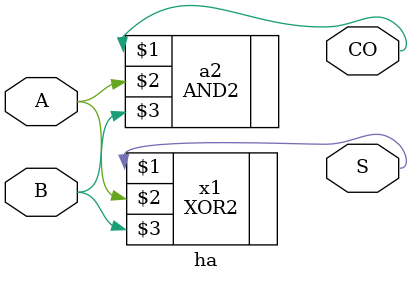
<source format=v>
`timescale 1ns / 1ps
module add8_c(A, B, S, CO
    );
	 
	 input[7:0] A, B;
	 output[7:0] S;
	 output CO;
	 wire w1, w2, w3, w4, w5, w6, w7;
	 
	ha ha0(A[0], B[0], S[0], w1);	
	fa fa1(A[1], B[1], w1, S[1], w2);
	fa fa2(A[2], B[2], w2, S[2], w3);
	fa fa3(A[3], B[3], w3, S[3], w4);
	fa fa4(A[4], B[4], w4, S[4], w5);
	fa fa5(A[5], B[5], w5, S[5], w6);
	fa fa6(A[6], B[6], w6, S[6], w7);
	fa fa7(A[7], B[7], w7, S[7], CO);

endmodule

module fa(A, B, C, S, CO);
	input A, B, C;
	output S, CO;
	wire w1, w2, w3;
	
	XOR2 x1(w1, A, B);
	XOR2 x2(S, w1, C);
	AND2 a1(w2, C, w1);
	AND2 a2(w3, A, B);
	OR2 o1(CO, w2, w3);
endmodule

module ha(A, B, S, CO);
	input A, B;
	output S, CO;
	XOR2 x1(S, A, B);
	AND2 a2(CO, A, B);
endmodule

</source>
